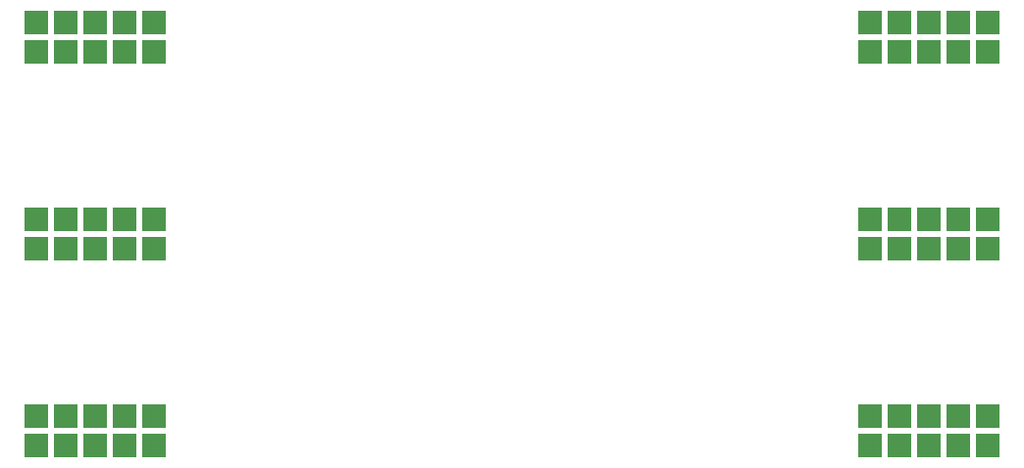
<source format=gbl>
G04 Layer_Physical_Order=2*
G04 Layer_Color=16711680*
%FSLAX44Y44*%
%MOMM*%
G71*
G01*
G75*
%ADD31R,2.0000X2.0000*%
D31*
X961450Y415274D02*
D03*
X986850D02*
D03*
X1012250D02*
D03*
X1037650D02*
D03*
X1063049D02*
D03*
Y440674D02*
D03*
X1037650D02*
D03*
X1012250D02*
D03*
X986850D02*
D03*
X961450D02*
D03*
X1063049Y585274D02*
D03*
Y610674D02*
D03*
X1037650D02*
D03*
X1012250D02*
D03*
Y585274D02*
D03*
X1037650D02*
D03*
X986850Y610674D02*
D03*
X961450D02*
D03*
Y585274D02*
D03*
X986850D02*
D03*
X1063049Y755274D02*
D03*
Y780674D02*
D03*
X1037650D02*
D03*
X1012250D02*
D03*
Y755274D02*
D03*
X1037650D02*
D03*
X986850Y780674D02*
D03*
X961450D02*
D03*
Y755274D02*
D03*
X986850D02*
D03*
X1681449Y415274D02*
D03*
X1706850D02*
D03*
X1732249D02*
D03*
X1757650D02*
D03*
X1783049D02*
D03*
Y440674D02*
D03*
X1757650D02*
D03*
X1732249D02*
D03*
X1706850D02*
D03*
X1681449D02*
D03*
X1783049Y585274D02*
D03*
Y610674D02*
D03*
X1757650D02*
D03*
X1732249D02*
D03*
Y585274D02*
D03*
X1757650D02*
D03*
X1706850Y610674D02*
D03*
Y585274D02*
D03*
X1681449Y610674D02*
D03*
Y585274D02*
D03*
X1783049Y755274D02*
D03*
Y780674D02*
D03*
X1757650D02*
D03*
X1732249D02*
D03*
Y755274D02*
D03*
X1757650D02*
D03*
X1706850Y780674D02*
D03*
Y755274D02*
D03*
X1681449Y780674D02*
D03*
Y755274D02*
D03*
M02*

</source>
